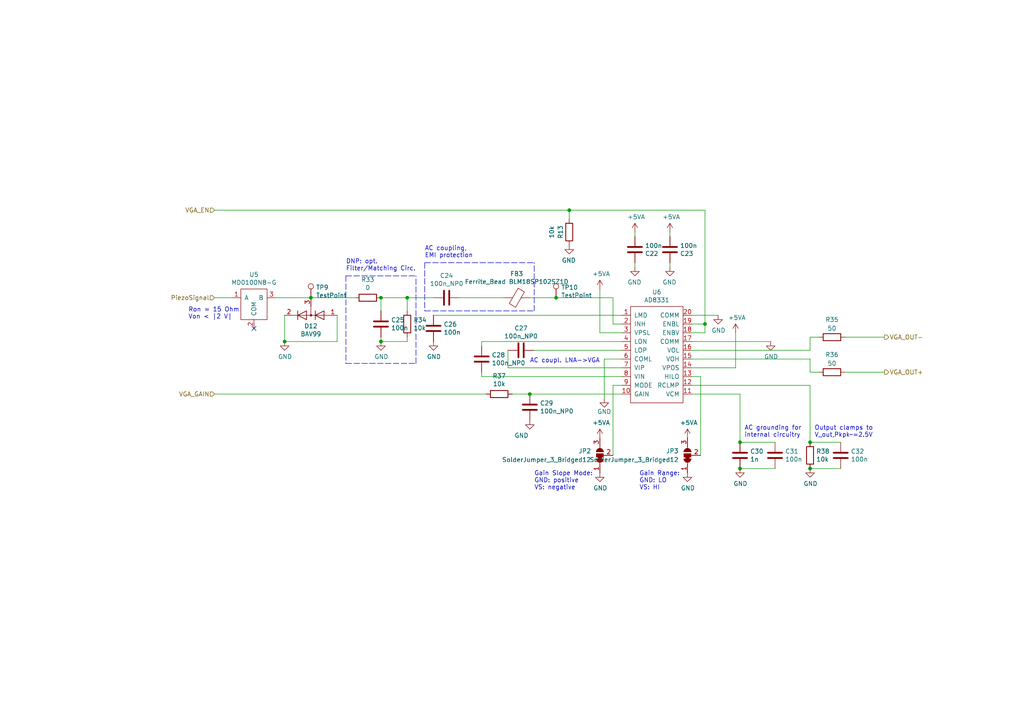
<source format=kicad_sch>
(kicad_sch (version 20211123) (generator eeschema)
  (paper "A4")
  (lib_symbols
    (symbol "Connector:TestPoint" (pin_numbers hide) (pin_names (offset 0.762) hide)
      (property "Reference" "TP" (at 0 6.858 0))
      (property "Value" "TestPoint" (at 0 5.08 0))
      (symbol "TestPoint_0_1"
        (circle (center 0 3.302) (radius 0.762))
      )
      (symbol "TestPoint_1_1"
        (pin passive line (at 0 0 90) (length 2.54) (name "1") (number "1"))
      )
    )
    (symbol "Device:C" (pin_numbers hide) (pin_names (offset 0.254))
      (property "Reference" "C" (at 0.635 2.54 0))
      (property "Value" "C" (at 0.635 -2.54 0))
      (symbol "C_0_1"
        (polyline (pts (xy -2.032 -0.762) (xy 2.032 -0.762)) (stroke (width 0.508)))
        (polyline (pts (xy -2.032 0.762) (xy 2.032 0.762)) (stroke (width 0.508)))
      )
      (symbol "C_1_1"
        (pin passive line (at 0 3.81 270) (length 2.794) (name "~") (number "1"))
        (pin passive line (at 0 -3.81 90) (length 2.794) (name "~") (number "2"))
      )
    )
    (symbol "Device:FerriteBead" (pin_numbers hide) (pin_names (offset 0))
      (property "Reference" "FB" (at -3.81 0.635 90))
      (property "Value" "FerriteBead" (at 3.81 0 90))
      (symbol "FerriteBead_0_1"
        (polyline (pts (xy 0 -1.27) (xy 0 -1.2192)))
        (polyline (pts (xy 0 1.27) (xy 0 1.2954)))
        (polyline (pts (xy -2.7686 0.4064) (xy -1.7018 2.2606) (xy 2.7686 -0.3048) (xy 1.6764 -2.159) (xy -2.7686 0.4064)))
      )
      (symbol "FerriteBead_1_1"
        (pin passive line (at 0 3.81 270) (length 2.54) (name "~") (number "1"))
        (pin passive line (at 0 -3.81 90) (length 2.54) (name "~") (number "2"))
      )
    )
    (symbol "Device:R" (pin_numbers hide) (pin_names (offset 0))
      (property "Reference" "R" (at 2.032 0 90))
      (property "Value" "R" (at 0 0 90))
      (symbol "R_0_1"
        (rectangle (start -1.016 -2.54) (end 1.016 2.54) (stroke (width 0.254)))
      )
      (symbol "R_1_1"
        (pin passive line (at 0 3.81 270) (length 1.27) (name "~") (number "1"))
        (pin passive line (at 0 -3.81 90) (length 1.27) (name "~") (number "2"))
      )
    )
    (symbol "Diode:BAV99" (pin_names hide)
      (property "Reference" "D" (at 0 5.08 0))
      (property "Value" "BAV99" (at 0 2.54 0))
      (symbol "BAV99_0_1"
        (polyline (pts (xy -5.08 0) (xy 5.08 0)))
      )
      (symbol "BAV99_1_1"
        (polyline (pts (xy 0 0) (xy 0 -2.54)))
        (polyline (pts (xy -1.27 -1.27) (xy -1.27 1.27) (xy -1.27 1.27)) (stroke (width 0.2032)))
        (polyline (pts (xy 3.81 1.27) (xy 3.81 -1.27) (xy 3.81 -1.27)) (stroke (width 0.2032)))
        (polyline (pts (xy -3.81 1.27) (xy -1.27 0) (xy -3.81 -1.27) (xy -3.81 1.27) (xy -3.81 1.27) (xy -3.81 1.27)) (stroke (width 0.2032)))
        (polyline (pts (xy 1.27 1.27) (xy 3.81 0) (xy 1.27 -1.27) (xy 1.27 1.27) (xy 1.27 1.27) (xy 1.27 1.27)) (stroke (width 0.2032)))
        (circle (center 0 0) (radius 0.254) (fill (type outline)))
        (pin passive line (at -7.62 0 0) (length 2.54) (name "K") (number "1"))
        (pin passive line (at 7.62 0 180) (length 2.54) (name "A") (number "2"))
        (pin passive line (at 0 -5.08 90) (length 2.54) (name "K") (number "3"))
      )
    )
    (symbol "Jumper:SolderJumper_3_Bridged12" (pin_names (offset 0) hide)
      (property "Reference" "JP" (at -2.54 -2.54 0))
      (property "Value" "SolderJumper_3_Bridged12" (at 0 2.794 0))
      (symbol "SolderJumper_3_Bridged12_0_1"
        (rectangle (start -1.016 0.508) (end -0.508 -0.508) (fill (type outline)))
        (arc (start -1.016 1.016) (mid -2.032 0) (end -1.016 -1.016))
        (arc (start -1.016 1.016) (mid -2.032 0) (end -1.016 -1.016) (fill (type outline)))
        (rectangle (start -0.508 1.016) (end 0.508 -1.016) (fill (type outline)))
        (polyline (pts (xy -2.54 0) (xy -2.032 0)))
        (polyline (pts (xy -1.016 1.016) (xy -1.016 -1.016)))
        (polyline (pts (xy 0 -1.27) (xy 0 -1.016)))
        (polyline (pts (xy 1.016 1.016) (xy 1.016 -1.016)))
        (polyline (pts (xy 2.54 0) (xy 2.032 0)))
        (arc (start 1.016 -1.016) (mid 2.032 0) (end 1.016 1.016))
        (arc (start 1.016 -1.016) (mid 2.032 0) (end 1.016 1.016) (fill (type outline)))
      )
      (symbol "SolderJumper_3_Bridged12_1_1"
        (pin passive line (at -5.08 0 0) (length 2.54) (name "A") (number "1"))
        (pin passive line (at 0 -3.81 90) (length 2.54) (name "C") (number "2"))
        (pin passive line (at 5.08 0 180) (length 2.54) (name "B") (number "3"))
      )
    )
    (symbol "UserLibrary:AD8331-Piezo_New" (pin_names (offset 1.016))
      (property "Reference" "U3" (at 0 13.081 0))
      (property "Value" "AD8331-Piezo_New" (at 0 10.7696 0))
      (symbol "AD8331-Piezo_New_0_1"
        (rectangle (start -7.62 8.89) (end 7.62 -19.05))
      )
      (symbol "AD8331-Piezo_New_1_1"
        (pin bidirectional line (at -10.16 6.35 0) (length 2.54) (name "LMD") (number "1"))
        (pin bidirectional line (at -10.16 -16.51 0) (length 2.54) (name "GAIN") (number "10"))
        (pin bidirectional line (at 10.16 -16.51 180) (length 2.54) (name "VCM") (number "11"))
        (pin bidirectional line (at 10.16 -13.97 180) (length 2.54) (name "RCLMP") (number "12"))
        (pin bidirectional line (at 10.16 -11.43 180) (length 2.54) (name "HILO") (number "13"))
        (pin bidirectional line (at 10.16 -8.89 180) (length 2.54) (name "VPOS") (number "14"))
        (pin bidirectional line (at 10.16 -6.35 180) (length 2.54) (name "VOH") (number "15"))
        (pin bidirectional line (at 10.16 -3.81 180) (length 2.54) (name "VOL") (number "16"))
        (pin bidirectional line (at 10.16 -1.27 180) (length 2.54) (name "COMM") (number "17"))
        (pin bidirectional line (at 10.16 1.27 180) (length 2.54) (name "ENBV") (number "18"))
        (pin bidirectional line (at 10.16 3.81 180) (length 2.54) (name "ENBL") (number "19"))
        (pin bidirectional line (at -10.16 3.81 0) (length 2.54) (name "INH") (number "2"))
        (pin bidirectional line (at 10.16 6.35 180) (length 2.54) (name "COMM") (number "20"))
        (pin bidirectional line (at -10.16 1.27 0) (length 2.54) (name "VPSL") (number "3"))
        (pin bidirectional line (at -10.16 -1.27 0) (length 2.54) (name "LON") (number "4"))
        (pin bidirectional line (at -10.16 -3.81 0) (length 2.54) (name "LOP") (number "5"))
        (pin bidirectional line (at -10.16 -6.35 0) (length 2.54) (name "COML") (number "6"))
        (pin bidirectional line (at -10.16 -8.89 0) (length 2.54) (name "VIP") (number "7"))
        (pin bidirectional line (at -10.16 -11.43 0) (length 2.54) (name "VIN") (number "8"))
        (pin bidirectional line (at -10.16 -13.97 0) (length 2.54) (name "MODE") (number "9"))
      )
    )
    (symbol "UserLibrary:MD0100N8-G-Piezo_New" (pin_names (offset 1.016))
      (property "Reference" "U1" (at 0 2.921 0))
      (property "Value" "MD0100N8-G-Piezo_New" (at 0 0.6096 0))
      (symbol "MD0100N8-G-Piezo_New_0_1"
        (rectangle (start 3.81 -1.27) (end -3.81 -10.16))
      )
      (symbol "MD0100N8-G-Piezo_New_1_1"
        (pin bidirectional line (at -6.35 -3.81 0) (length 2.54) (name "A") (number "1"))
        (pin bidirectional line (at 0 -12.7 90) (length 2.54) (name "COM") (number "2"))
        (pin bidirectional line (at 6.35 -3.81 180) (length 2.54) (name "B") (number "3"))
      )
    )
    (symbol "power:+5VA" (power) (pin_names (offset 0))
      (property "Value" "+5VA" (at 0 3.556 0))
      (symbol "+5VA_0_1"
        (polyline (pts (xy -0.762 1.27) (xy 0 2.54)))
        (polyline (pts (xy 0 0) (xy 0 2.54)))
        (polyline (pts (xy 0 2.54) (xy 0.762 1.27)))
      )
      (symbol "+5VA_1_1"
        (pin power_in line (at 0 0 90) (length 0) hide (name "+5VA") (number "1"))
      )
    )
    (symbol "power:GND" (power) (pin_names (offset 0))
      (property "Value" "GND" (at 0 -3.81 0))
      (symbol "GND_0_1"
        (polyline (pts (xy 0 0) (xy 0 -1.27) (xy 1.27 -1.27) (xy 0 -2.54) (xy -1.27 -1.27) (xy 0 -1.27)))
      )
      (symbol "GND_1_1"
        (pin power_in line (at 0 0 270) (length 0) hide (name "GND") (number "1"))
      )
    )
  )
  (junction (at 204.47 93.98))
  (junction (at 82.55 99.06))
  (junction (at 118.11 86.36))
  (junction (at 110.49 86.36))
  (junction (at 161.29 86.36))
  (junction (at 214.63 135.89))
  (junction (at 214.63 128.27))
  (junction (at 110.49 99.06))
  (junction (at 234.95 135.89))
  (junction (at 90.17 86.36))
  (junction (at 165.1 60.96))
  (junction (at 153.67 114.3))
  (junction (at 234.95 128.27))
  (no_connect (at 73.66 95.25))
  (wire (pts (xy 177.8 86.36) (xy 177.8 93.98)))
  (wire (pts (xy 147.32 101.6) (xy 147.32 106.68)))
  (wire (pts (xy 214.63 135.89) (xy 224.79 135.89)))
  (polyline (pts (xy 100.33 80.01) (xy 120.65 80.01)))
  (polyline (pts (xy 100.33 80.01) (xy 100.33 105.41)))
  (wire (pts (xy 200.66 99.06) (xy 223.52 99.06)))
  (wire (pts (xy 214.63 128.27) (xy 214.63 114.3)))
  (wire (pts (xy 200.66 106.68) (xy 213.36 106.68)))
  (wire (pts (xy 234.95 107.95) (xy 237.49 107.95)))
  (wire (pts (xy 118.11 86.36) (xy 125.73 86.36)))
  (wire (pts (xy 214.63 114.3) (xy 200.66 114.3)))
  (wire (pts (xy 234.95 101.6) (xy 234.95 97.79)))
  (wire (pts (xy 118.11 99.06) (xy 118.11 97.79)))
  (wire (pts (xy 165.1 63.5) (xy 165.1 60.96)))
  (wire (pts (xy 110.49 99.06) (xy 118.11 99.06)))
  (wire (pts (xy 148.59 114.3) (xy 153.67 114.3)))
  (wire (pts (xy 140.97 114.3) (xy 62.23 114.3)))
  (wire (pts (xy 139.7 99.06) (xy 180.34 99.06)))
  (polyline (pts (xy 154.94 90.17) (xy 154.94 76.2)))
  (wire (pts (xy 177.8 111.76) (xy 180.34 111.76)))
  (wire (pts (xy 80.01 86.36) (xy 90.17 86.36)))
  (wire (pts (xy 90.17 86.36) (xy 102.87 86.36)))
  (wire (pts (xy 204.47 96.52) (xy 200.66 96.52)))
  (wire (pts (xy 203.2 109.22) (xy 200.66 109.22)))
  (wire (pts (xy 139.7 107.95) (xy 139.7 109.22)))
  (wire (pts (xy 82.55 99.06) (xy 97.79 99.06)))
  (wire (pts (xy 82.55 91.44) (xy 82.55 99.06)))
  (wire (pts (xy 200.66 104.14) (xy 234.95 104.14)))
  (wire (pts (xy 175.26 104.14) (xy 175.26 115.57)))
  (wire (pts (xy 146.05 86.36) (xy 133.35 86.36)))
  (wire (pts (xy 173.99 83.82) (xy 173.99 96.52)))
  (polyline (pts (xy 123.19 76.2) (xy 154.94 76.2)))
  (wire (pts (xy 204.47 93.98) (xy 204.47 60.96)))
  (wire (pts (xy 203.2 109.22) (xy 203.2 132.08)))
  (wire (pts (xy 180.34 104.14) (xy 175.26 104.14)))
  (wire (pts (xy 234.95 128.27) (xy 243.84 128.27)))
  (wire (pts (xy 204.47 93.98) (xy 200.66 93.98)))
  (wire (pts (xy 110.49 86.36) (xy 118.11 86.36)))
  (wire (pts (xy 97.79 91.44) (xy 97.79 99.06)))
  (wire (pts (xy 213.36 96.52) (xy 213.36 106.68)))
  (wire (pts (xy 62.23 86.36) (xy 67.31 86.36)))
  (polyline (pts (xy 123.19 90.17) (xy 154.94 90.17)))
  (wire (pts (xy 125.73 91.44) (xy 180.34 91.44)))
  (wire (pts (xy 139.7 109.22) (xy 180.34 109.22)))
  (wire (pts (xy 204.47 93.98) (xy 204.47 96.52)))
  (wire (pts (xy 194.31 67.31) (xy 194.31 68.58)))
  (polyline (pts (xy 100.33 105.41) (xy 120.65 105.41)))
  (wire (pts (xy 234.95 128.27) (xy 234.95 111.76)))
  (wire (pts (xy 200.66 111.76) (xy 234.95 111.76)))
  (wire (pts (xy 194.31 77.47) (xy 194.31 76.2)))
  (polyline (pts (xy 123.19 76.2) (xy 123.19 90.17)))
  (wire (pts (xy 139.7 99.06) (xy 139.7 100.33)))
  (wire (pts (xy 173.99 96.52) (xy 180.34 96.52)))
  (wire (pts (xy 110.49 99.06) (xy 110.49 97.79)))
  (wire (pts (xy 204.47 60.96) (xy 165.1 60.96)))
  (wire (pts (xy 110.49 86.36) (xy 110.49 90.17)))
  (wire (pts (xy 184.15 77.47) (xy 184.15 76.2)))
  (wire (pts (xy 234.95 135.89) (xy 243.84 135.89)))
  (polyline (pts (xy 120.65 105.41) (xy 120.65 80.01)))
  (wire (pts (xy 154.94 101.6) (xy 180.34 101.6)))
  (wire (pts (xy 234.95 97.79) (xy 237.49 97.79)))
  (wire (pts (xy 177.8 111.76) (xy 177.8 132.08)))
  (wire (pts (xy 200.66 91.44) (xy 208.28 91.44)))
  (wire (pts (xy 245.11 107.95) (xy 256.54 107.95)))
  (wire (pts (xy 184.15 67.31) (xy 184.15 68.58)))
  (wire (pts (xy 153.67 86.36) (xy 161.29 86.36)))
  (wire (pts (xy 153.67 114.3) (xy 180.34 114.3)))
  (wire (pts (xy 165.1 60.96) (xy 62.23 60.96)))
  (wire (pts (xy 245.11 97.79) (xy 256.54 97.79)))
  (wire (pts (xy 234.95 104.14) (xy 234.95 107.95)))
  (wire (pts (xy 200.66 101.6) (xy 234.95 101.6)))
  (wire (pts (xy 147.32 106.68) (xy 180.34 106.68)))
  (wire (pts (xy 161.29 86.36) (xy 177.8 86.36)))
  (wire (pts (xy 214.63 128.27) (xy 224.79 128.27)))
  (wire (pts (xy 118.11 86.36) (xy 118.11 90.17)))
  (wire (pts (xy 177.8 93.98) (xy 180.34 93.98)))
  (text "DNP: opt. \nFilter/Matching Circ." (at 100.33 78.74 0) (effects (font (size 1.27 1.27)) (justify left bottom)))
  (text "Gain Range:\nGND: LO\nVS: HI" (at 185.42 142.24 0) (effects (font (size 1.27 1.27)) (justify left bottom)))
  (text "Output clamps to \nV_out,Pkpk~=2.5V" (at 236.22 127 0) (effects (font (size 1.27 1.27)) (justify left bottom)))
  (text "Gain Slope Mode:\nGND: positive\nVS: negative" (at 154.94 142.24 0) (effects (font (size 1.27 1.27)) (justify left bottom)))
  (text "Ron = 15 Ohm\nVon < |2 V|" (at 54.61 92.71 0) (effects (font (size 1.27 1.27)) (justify left bottom)))
  (text "AC coupling,\nEMI protection" (at 123.19 74.93 0) (effects (font (size 1.27 1.27)) (justify left bottom)))
  (text "AC grounding for \ninternal circuitry" (at 215.9 127 0) (effects (font (size 1.27 1.27)) (justify left bottom)))
  (text "AC coupl. LNA->VGA" (at 153.67 105.41 0) (effects (font (size 1.27 1.27)) (justify left bottom)))
  (hierarchical_label "PiezoSignal" (shape input) (at 62.23 86.36 180))
  (hierarchical_label "VGA_GAIN" (shape input) (at 62.23 114.3 180))
  (hierarchical_label "VGA_EN" (shape input) (at 62.23 60.96 180))
  (hierarchical_label "VGA_OUT-" (shape output) (at 256.54 97.79 0))
  (hierarchical_label "VGA_OUT+" (shape output) (at 256.54 107.95 0))
  (symbol (lib_id "Device:C") (at 139.7 104.14 180) (unit 1)
    (property "Reference" "C28" (at 142.621 102.9716 0) (effects (justify right)))
    (property "Value" "100n_NP0" (at 142.621 105.283 0) (effects (justify right)))
    (property "Footprint" "Capacitor_SMD:C_1206_3216Metric_Pad1.33x1.80mm_HandSolder" (effects hide))
  )
  (symbol (lib_id "power:+5VA") (at 173.99 127 0) (unit 1)
    (property "Reference" "#PWR065" (effects hide))
    (property "Value" "+5VA" (at 174.371 122.6058 0))
  )
  (symbol (lib_id "Device:C") (at 243.84 132.08 0) (unit 1)
    (property "Reference" "C32" (at 246.761 130.9116 0) (effects (justify left)))
    (property "Value" "100n" (at 246.761 133.223 0) (effects (justify left)))
    (property "Footprint" "Capacitor_SMD:C_0603_1608Metric_Pad1.08x0.95mm_HandSolder" (effects hide))
  )
  (symbol (lib_id "power:+5VA") (at 184.15 67.31 0) (unit 1)
    (property "Reference" "#PWR052" (effects hide))
    (property "Value" "+5VA" (at 184.531 62.9158 0))
  )
  (symbol (lib_id "Device:C") (at 184.15 72.39 0) (mirror x) (unit 1)
    (property "Reference" "C22" (at 187.071 73.5584 0) (effects (justify left)))
    (property "Value" "100n" (at 187.071 71.247 0) (effects (justify left)))
    (property "Footprint" "Capacitor_SMD:C_0603_1608Metric_Pad1.08x0.95mm_HandSolder" (effects hide))
  )
  (symbol (lib_id "power:GND") (at 234.95 135.89 0) (unit 1)
    (property "Reference" "#PWR068" (effects hide))
    (property "Value" "GND" (at 235.077 140.2842 0))
  )
  (symbol (lib_id "Device:C") (at 153.67 118.11 0) (unit 1)
    (property "Reference" "C29" (at 156.591 116.9416 0) (effects (justify left)))
    (property "Value" "100n_NP0" (at 156.591 119.253 0) (effects (justify left)))
    (property "Footprint" "Capacitor_SMD:C_1206_3216Metric_Pad1.33x1.80mm_HandSolder" (effects hide))
  )
  (symbol (lib_id "Jumper:SolderJumper_3_Bridged12") (at 173.99 132.08 90) (unit 1)
    (property "Reference" "JP2" (at 171.45 130.8099 90) (effects (justify left)))
    (property "Value" "SolderJumper_3_Bridged12" (at 171.45 133.3499 90) (effects (justify left)))
    (property "Footprint" "Jumper:SolderJumper-3_P1.3mm_Bridged12_RoundedPad1.0x1.5mm" (effects hide))
  )
  (symbol (lib_id "power:GND") (at 214.63 135.89 0) (unit 1)
    (property "Reference" "#PWR067" (effects hide))
    (property "Value" "GND" (at 214.757 140.2842 0))
  )
  (symbol (lib_id "Device:R") (at 118.11 93.98 0) (unit 1)
    (property "Reference" "R34" (at 119.888 92.8116 0) (effects (justify left)))
    (property "Value" "10k" (at 119.888 95.123 0) (effects (justify left)))
    (property "Footprint" "Resistor_SMD:R_0603_1608Metric_Pad0.98x0.95mm_HandSolder" (effects hide))
  )
  (symbol (lib_id "power:GND") (at 184.15 77.47 0) (mirror y) (unit 1)
    (property "Reference" "#PWR054" (effects hide))
    (property "Value" "GND" (at 184.023 81.8642 0))
  )
  (symbol (lib_id "power:+5VA") (at 194.31 67.31 0) (unit 1)
    (property "Reference" "#PWR053" (effects hide))
    (property "Value" "+5VA" (at 194.691 62.9158 0))
  )
  (symbol (lib_id "power:GND") (at 199.39 137.16 0) (unit 1)
    (property "Reference" "#PWR070" (effects hide))
    (property "Value" "GND" (at 199.517 141.5542 0))
  )
  (symbol (lib_id "Device:R") (at 165.1 67.31 180) (unit 1)
    (property "Reference" "R13" (at 162.56 67.31 90))
    (property "Value" "10k" (at 160.02 67.31 90))
    (property "Footprint" "Resistor_SMD:R_0603_1608Metric_Pad0.98x0.95mm_HandSolder" (effects hide))
  )
  (symbol (lib_id "power:GND") (at 125.73 99.06 0) (unit 1)
    (property "Reference" "#PWR061" (effects hide))
    (property "Value" "GND" (at 125.857 103.4542 0))
  )
  (symbol (lib_id "Device:R") (at 241.3 97.79 90) (unit 1)
    (property "Reference" "R35" (at 241.3 92.71 90))
    (property "Value" "50" (at 241.3 95.25 90))
    (property "Footprint" "Resistor_SMD:R_0603_1608Metric_Pad0.98x0.95mm_HandSolder" (effects hide))
  )
  (symbol (lib_id "power:GND") (at 208.28 91.44 0) (unit 1)
    (property "Reference" "#PWR057" (effects hide))
    (property "Value" "GND" (at 208.407 95.8342 0))
  )
  (symbol (lib_id "Device:C") (at 194.31 72.39 0) (mirror x) (unit 1)
    (property "Reference" "C23" (at 197.231 73.5584 0) (effects (justify left)))
    (property "Value" "100n" (at 197.231 71.247 0) (effects (justify left)))
    (property "Footprint" "Capacitor_SMD:C_0603_1608Metric_Pad1.08x0.95mm_HandSolder" (effects hide))
  )
  (symbol (lib_id "Device:C") (at 110.49 93.98 0) (unit 1)
    (property "Reference" "C25" (at 113.411 92.8116 0) (effects (justify left)))
    (property "Value" "100n" (at 113.411 95.123 0) (effects (justify left)))
    (property "Footprint" "Capacitor_SMD:C_0603_1608Metric_Pad1.08x0.95mm_HandSolder" (effects hide))
  )
  (symbol (lib_id "power:GND") (at 223.52 99.06 0) (unit 1)
    (property "Reference" "#PWR062" (effects hide))
    (property "Value" "GND" (at 223.647 103.4542 0))
  )
  (symbol (lib_id "Device:R") (at 241.3 107.95 90) (unit 1)
    (property "Reference" "R36" (at 241.3 102.87 90))
    (property "Value" "50" (at 241.3 105.41 90))
    (property "Footprint" "Resistor_SMD:R_0603_1608Metric_Pad0.98x0.95mm_HandSolder" (effects hide))
  )
  (symbol (lib_id "power:+5VA") (at 213.36 96.52 0) (unit 1)
    (property "Reference" "#PWR058" (effects hide))
    (property "Value" "+5VA" (at 213.741 92.1258 0))
  )
  (symbol (lib_id "Device:R") (at 234.95 132.08 0) (unit 1)
    (property "Reference" "R38" (at 236.728 130.9116 0) (effects (justify left)))
    (property "Value" "10k" (at 236.728 133.223 0) (effects (justify left)))
    (property "Footprint" "Resistor_SMD:R_0603_1608Metric_Pad0.98x0.95mm_HandSolder" (effects hide))
  )
  (symbol (lib_id "Device:FerriteBead") (at 149.86 86.36 270) (unit 1)
    (property "Reference" "FB3" (at 149.86 79.4004 90))
    (property "Value" "Ferrite_Bead BLM18SP102SZ1D" (at 149.86 81.7118 90))
    (property "Footprint" "Inductor_SMD:L_0603_1608Metric_Pad1.05x0.95mm_HandSolder" (effects hide))
  )
  (symbol (lib_id "power:GND") (at 110.49 99.06 0) (unit 1)
    (property "Reference" "#PWR060" (effects hide))
    (property "Value" "GND" (at 110.617 103.4542 0))
  )
  (symbol (lib_id "power:GND") (at 153.67 121.92 0) (unit 1)
    (property "Reference" "#PWR064" (effects hide))
    (property "Value" "GND" (at 151.257 126.3142 0))
  )
  (symbol (lib_id "UserLibrary:AD8331-Piezo_New") (at 190.5 97.79 0) (unit 1)
    (property "Reference" "U6" (at 190.5 84.709 0))
    (property "Value" "AD8331" (at 190.5 87.0204 0))
    (property "Footprint" "Package_SO:QSOP-20_3.9x8.7mm_P0.635mm" (effects hide))
    (property "Datasheet" "https://www.analog.com/media/en/technical-documentation/data-sheets/AD8331_8332_8334.pdf" (effects hide))
  )
  (symbol (lib_id "Connector:TestPoint") (at 90.17 86.36 0) (unit 1)
    (property "Reference" "TP9" (at 91.6432 83.3628 0) (effects (justify left)))
    (property "Value" "TestPoint" (at 91.6432 85.6742 0) (effects (justify left)))
    (property "Footprint" "TestPoint:TestPoint_Loop_D1.80mm_Drill1.0mm_Beaded" (effects hide))
  )
  (symbol (lib_id "power:GND") (at 194.31 77.47 0) (mirror y) (unit 1)
    (property "Reference" "#PWR055" (effects hide))
    (property "Value" "GND" (at 194.183 81.8642 0))
  )
  (symbol (lib_id "power:GND") (at 173.99 137.16 0) (unit 1)
    (property "Reference" "#PWR069" (effects hide))
    (property "Value" "GND" (at 174.117 141.5542 0))
  )
  (symbol (lib_id "Device:R") (at 144.78 114.3 270) (unit 1)
    (property "Reference" "R37" (at 144.78 109.0422 90))
    (property "Value" "10k" (at 144.78 111.3536 90))
    (property "Footprint" "Resistor_SMD:R_0603_1608Metric_Pad0.98x0.95mm_HandSolder" (effects hide))
  )
  (symbol (lib_id "power:GND") (at 175.26 115.57 0) (unit 1)
    (property "Reference" "#PWR063" (effects hide))
    (property "Value" "GND" (at 175.26 119.38 0))
  )
  (symbol (lib_id "Device:C") (at 125.73 95.25 0) (unit 1)
    (property "Reference" "C26" (at 128.651 94.0816 0) (effects (justify left)))
    (property "Value" "100n" (at 128.651 96.393 0) (effects (justify left)))
    (property "Footprint" "Capacitor_SMD:C_0603_1608Metric_Pad1.08x0.95mm_HandSolder" (effects hide))
  )
  (symbol (lib_id "power:+5VA") (at 199.39 127 0) (unit 1)
    (property "Reference" "#PWR066" (effects hide))
    (property "Value" "+5VA" (at 199.771 122.6058 0))
  )
  (symbol (lib_id "Device:C") (at 151.13 101.6 270) (unit 1)
    (property "Reference" "C27" (at 151.13 95.1992 90))
    (property "Value" "100n_NP0" (at 151.13 97.5106 90))
    (property "Footprint" "Capacitor_SMD:C_1206_3216Metric_Pad1.33x1.80mm_HandSolder" (effects hide))
  )
  (symbol (lib_id "Device:C") (at 214.63 132.08 0) (unit 1)
    (property "Reference" "C30" (at 217.551 130.9116 0) (effects (justify left)))
    (property "Value" "1n" (at 217.551 133.223 0) (effects (justify left)))
    (property "Footprint" "Capacitor_SMD:C_0603_1608Metric_Pad1.08x0.95mm_HandSolder" (effects hide))
  )
  (symbol (lib_id "power:GND") (at 82.55 99.06 0) (unit 1)
    (property "Reference" "#PWR059" (effects hide))
    (property "Value" "GND" (at 82.677 103.4542 0))
  )
  (symbol (lib_id "Jumper:SolderJumper_3_Bridged12") (at 199.39 132.08 90) (unit 1)
    (property "Reference" "JP3" (at 196.85 130.8099 90) (effects (justify left)))
    (property "Value" "SolderJumper_3_Bridged12" (at 196.85 133.3499 90) (effects (justify left)))
    (property "Footprint" "Jumper:SolderJumper-3_P1.3mm_Bridged12_RoundedPad1.0x1.5mm" (effects hide))
  )
  (symbol (lib_id "power:GND") (at 165.1 71.12 0) (mirror y) (unit 1)
    (property "Reference" "#PWR036" (effects hide))
    (property "Value" "GND" (at 164.973 75.5142 0))
  )
  (symbol (lib_id "power:+5VA") (at 173.99 83.82 0) (unit 1)
    (property "Reference" "#PWR056" (effects hide))
    (property "Value" "+5VA" (at 174.371 79.4258 0))
  )
  (symbol (lib_id "Connector:TestPoint") (at 161.29 86.36 0) (unit 1)
    (property "Reference" "TP10" (at 162.7632 83.3628 0) (effects (justify left)))
    (property "Value" "TestPoint" (at 162.7632 85.6742 0) (effects (justify left)))
    (property "Footprint" "TestPoint:TestPoint_Loop_D1.80mm_Drill1.0mm_Beaded" (effects hide))
  )
  (symbol (lib_id "Diode:BAV99") (at 90.17 91.44 180) (unit 1)
    (property "Reference" "D12" (at 90.17 94.5642 0))
    (property "Value" "BAV99" (at 90.17 96.8756 0))
    (property "Footprint" "Package_TO_SOT_SMD:SOT-23" (effects hide))
    (property "Datasheet" "https://assets.nexperia.com/documents/data-sheet/BAV99_SER.pdf" (effects hide))
  )
  (symbol (lib_id "Device:C") (at 129.54 86.36 270) (unit 1)
    (property "Reference" "C24" (at 129.54 79.9592 90))
    (property "Value" "100n_NP0" (at 129.54 82.2706 90))
    (property "Footprint" "Capacitor_SMD:C_1206_3216Metric_Pad1.33x1.80mm_HandSolder" (effects hide))
  )
  (symbol (lib_id "Device:C") (at 224.79 132.08 0) (unit 1)
    (property "Reference" "C31" (at 227.711 130.9116 0) (effects (justify left)))
    (property "Value" "100n" (at 227.711 133.223 0) (effects (justify left)))
    (property "Footprint" "Capacitor_SMD:C_0603_1608Metric_Pad1.08x0.95mm_HandSolder" (effects hide))
  )
  (symbol (lib_id "Device:R") (at 106.68 86.36 270) (unit 1)
    (property "Reference" "R33" (at 106.68 81.1022 90))
    (property "Value" "0" (at 106.68 83.4136 90))
    (property "Footprint" "Resistor_SMD:R_0603_1608Metric_Pad0.98x0.95mm_HandSolder" (effects hide))
  )
  (symbol (lib_id "UserLibrary:MD0100N8-G-Piezo_New") (at 73.66 82.55 0) (unit 1)
    (property "Reference" "U5" (at 73.66 79.629 0))
    (property "Value" "MD0100N8-G" (at 73.66 81.9404 0))
    (property "Footprint" "Package_TO_SOT_SMD:SOT-89-3_Handsoldering" (effects hide))
  )
)
</source>
